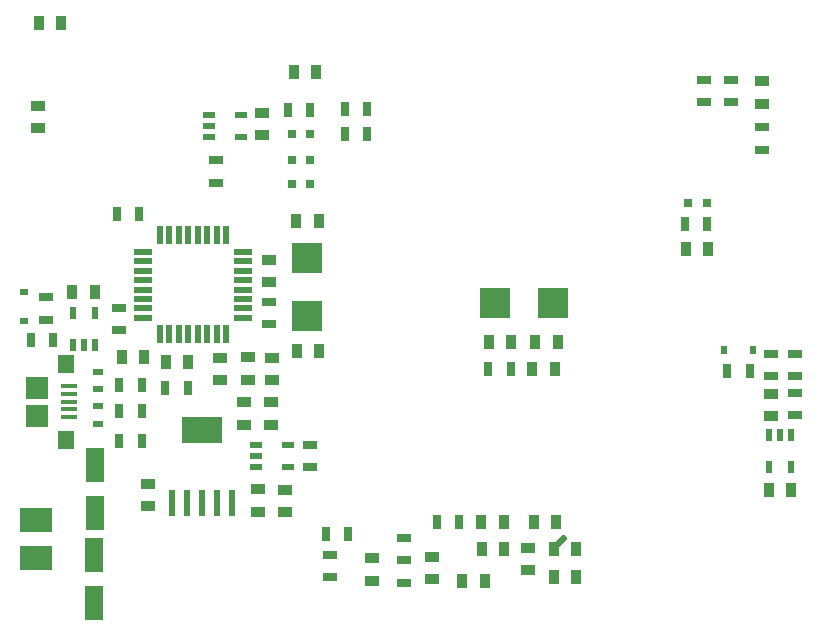
<source format=gtp>
G04*
G04 #@! TF.GenerationSoftware,Altium Limited,Altium Designer,21.1.1 (26)*
G04*
G04 Layer_Color=8421504*
%FSLAX44Y44*%
%MOMM*%
G71*
G04*
G04 #@! TF.SameCoordinates,2A0D6200-5384-45BE-AE35-18FCF66999C0*
G04*
G04*
G04 #@! TF.FilePolarity,Positive*
G04*
G01*
G75*
%ADD14R,0.7000X1.3000*%
%ADD15R,0.6000X2.2000*%
%ADD16R,3.5000X2.2000*%
%ADD17R,2.7000X2.0000*%
%ADD18R,1.3000X0.7000*%
%ADD19R,1.6000X3.0000*%
%ADD20R,1.3500X0.4000*%
%ADD21R,1.9000X1.9000*%
%ADD22R,1.4000X1.6000*%
%ADD23R,0.5500X1.5000*%
%ADD24R,1.5000X0.5500*%
%ADD25R,1.0000X0.5500*%
%ADD26R,0.5500X1.0000*%
%ADD27R,2.5000X2.6000*%
%ADD28R,2.6000X2.5000*%
%ADD29R,0.9000X0.6000*%
%ADD30R,0.9000X1.3000*%
%ADD31R,1.3000X0.9000*%
%ADD32R,0.8000X0.8000*%
%ADD33R,0.6858X0.5588*%
%ADD34R,0.5588X0.6858*%
%ADD35C,0.6000*%
D14*
X423000Y229000D02*
D03*
X404000D02*
D03*
X301500Y449000D02*
D03*
X282500D02*
D03*
Y428000D02*
D03*
X301500D02*
D03*
X108500Y360000D02*
D03*
X89500D02*
D03*
X110500Y215000D02*
D03*
X91500D02*
D03*
Y193000D02*
D03*
X110500D02*
D03*
Y168000D02*
D03*
X91500D02*
D03*
X379500Y99000D02*
D03*
X360500D02*
D03*
X625500Y227000D02*
D03*
X606500D02*
D03*
X253492Y447802D02*
D03*
X234492D02*
D03*
X589534Y351282D02*
D03*
X570534D02*
D03*
X16764Y253238D02*
D03*
X35764D02*
D03*
X285500Y89000D02*
D03*
X266500D02*
D03*
X149500Y213000D02*
D03*
X130500D02*
D03*
D15*
X136600Y115000D02*
D03*
X149300D02*
D03*
X162000D02*
D03*
X174700D02*
D03*
X187400D02*
D03*
D16*
X162000Y177000D02*
D03*
D17*
X21500Y68750D02*
D03*
Y100750D02*
D03*
D18*
X173250Y386500D02*
D03*
Y405500D02*
D03*
X91000Y261500D02*
D03*
Y280500D02*
D03*
X218000Y266500D02*
D03*
Y285500D02*
D03*
X609346Y473812D02*
D03*
Y454812D02*
D03*
X586740Y454660D02*
D03*
Y473660D02*
D03*
X636000Y433500D02*
D03*
Y414500D02*
D03*
X664000Y208750D02*
D03*
Y189750D02*
D03*
X29210Y270510D02*
D03*
Y289510D02*
D03*
X664000Y222500D02*
D03*
Y241500D02*
D03*
X270000Y71500D02*
D03*
Y52500D02*
D03*
X253000Y164500D02*
D03*
Y145500D02*
D03*
X643500Y222500D02*
D03*
Y241500D02*
D03*
X332740Y85954D02*
D03*
Y66954D02*
D03*
Y47904D02*
D03*
Y66904D02*
D03*
D19*
X70000Y71500D02*
D03*
Y30500D02*
D03*
X71000Y147500D02*
D03*
Y106500D02*
D03*
D20*
X48745Y214000D02*
D03*
Y207500D02*
D03*
Y201000D02*
D03*
Y194500D02*
D03*
Y188000D02*
D03*
D21*
X21995Y213000D02*
D03*
Y189000D02*
D03*
D22*
X46495Y169000D02*
D03*
Y233000D02*
D03*
D23*
X182000Y258000D02*
D03*
X174000D02*
D03*
X166000D02*
D03*
X158000D02*
D03*
X150000D02*
D03*
X142000D02*
D03*
X134000D02*
D03*
X126000D02*
D03*
Y342000D02*
D03*
X134000D02*
D03*
X142000D02*
D03*
X150000D02*
D03*
X158000D02*
D03*
X166000D02*
D03*
X174000D02*
D03*
X182000D02*
D03*
D24*
X112000Y272000D02*
D03*
Y280000D02*
D03*
Y288000D02*
D03*
Y296000D02*
D03*
Y304000D02*
D03*
Y312000D02*
D03*
Y320000D02*
D03*
Y328000D02*
D03*
X196000Y320000D02*
D03*
Y312000D02*
D03*
Y304000D02*
D03*
Y296000D02*
D03*
Y288000D02*
D03*
Y280000D02*
D03*
Y272000D02*
D03*
Y328000D02*
D03*
D25*
X194500Y425000D02*
D03*
Y444000D02*
D03*
X167500Y425000D02*
D03*
Y434500D02*
D03*
Y444000D02*
D03*
X234480Y145440D02*
D03*
Y164440D02*
D03*
X207480Y145440D02*
D03*
Y154940D02*
D03*
Y164440D02*
D03*
D26*
X52250Y249250D02*
D03*
X61750D02*
D03*
X71250D02*
D03*
X52250Y276250D02*
D03*
X71250D02*
D03*
X660500Y172500D02*
D03*
X651000D02*
D03*
X641500D02*
D03*
X660500Y145500D02*
D03*
X641500D02*
D03*
D27*
X409750Y284250D02*
D03*
X458750D02*
D03*
D28*
X251000Y322500D02*
D03*
Y273500D02*
D03*
D29*
X74000Y226500D02*
D03*
Y211500D02*
D03*
Y182000D02*
D03*
Y197000D02*
D03*
D30*
X93522Y238760D02*
D03*
X112522D02*
D03*
X571500Y330200D02*
D03*
X590500D02*
D03*
X459500Y53000D02*
D03*
X478500D02*
D03*
X131000Y235000D02*
D03*
X150000D02*
D03*
X260500Y354000D02*
D03*
X241500D02*
D03*
X261000Y244000D02*
D03*
X242000D02*
D03*
X382000Y49000D02*
D03*
X401000D02*
D03*
X23500Y522000D02*
D03*
X42500D02*
D03*
X478500Y76000D02*
D03*
X459500D02*
D03*
X460500Y229000D02*
D03*
X441500D02*
D03*
X239420Y480568D02*
D03*
X258420D02*
D03*
X417500Y76000D02*
D03*
X398500D02*
D03*
X417000Y99000D02*
D03*
X398000D02*
D03*
X442772Y99314D02*
D03*
X461772D02*
D03*
X423250Y252000D02*
D03*
X404250D02*
D03*
X444000D02*
D03*
X463000D02*
D03*
X660500Y126000D02*
D03*
X641500D02*
D03*
X51866Y293624D02*
D03*
X70866D02*
D03*
D31*
X643500Y188750D02*
D03*
Y207750D02*
D03*
X232000Y126500D02*
D03*
Y107500D02*
D03*
X197000Y181500D02*
D03*
Y200500D02*
D03*
X438000Y58500D02*
D03*
Y77500D02*
D03*
X221250Y219250D02*
D03*
Y238250D02*
D03*
X201000Y238500D02*
D03*
Y219500D02*
D03*
X218250Y302250D02*
D03*
Y321250D02*
D03*
X176750Y238000D02*
D03*
Y219000D02*
D03*
X23000Y432750D02*
D03*
Y451750D02*
D03*
X636000Y472500D02*
D03*
Y453500D02*
D03*
X116000Y112500D02*
D03*
Y131500D02*
D03*
X209000Y108000D02*
D03*
Y127000D02*
D03*
X306000Y49500D02*
D03*
Y68500D02*
D03*
X356616Y50698D02*
D03*
Y69698D02*
D03*
X212500Y426500D02*
D03*
Y445500D02*
D03*
X219964Y181406D02*
D03*
Y200406D02*
D03*
D32*
X589280Y369062D02*
D03*
X573280D02*
D03*
X237492Y427482D02*
D03*
X253492D02*
D03*
X253500Y405500D02*
D03*
X237500D02*
D03*
X253500Y385250D02*
D03*
X237500D02*
D03*
D33*
X10668Y269494D02*
D03*
Y293878D02*
D03*
D34*
X628000Y245000D02*
D03*
X603616D02*
D03*
D35*
X459500Y78000D02*
X467153Y85653D01*
M02*

</source>
